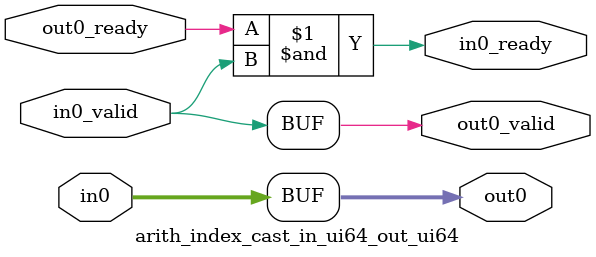
<source format=sv>
module arith_index_cast_in_ui64_out_ui64(	// -:82:11
  input  [63:0] in0,
  input         in0_valid,
                out0_ready,
  output        in0_ready,
  output [63:0] out0,
  output        out0_valid
);

  assign in0_ready = out0_ready & in0_valid;	// -:82:11
  assign out0 = in0;	// -:82:11
  assign out0_valid = in0_valid;	// -:82:11
endmodule


</source>
